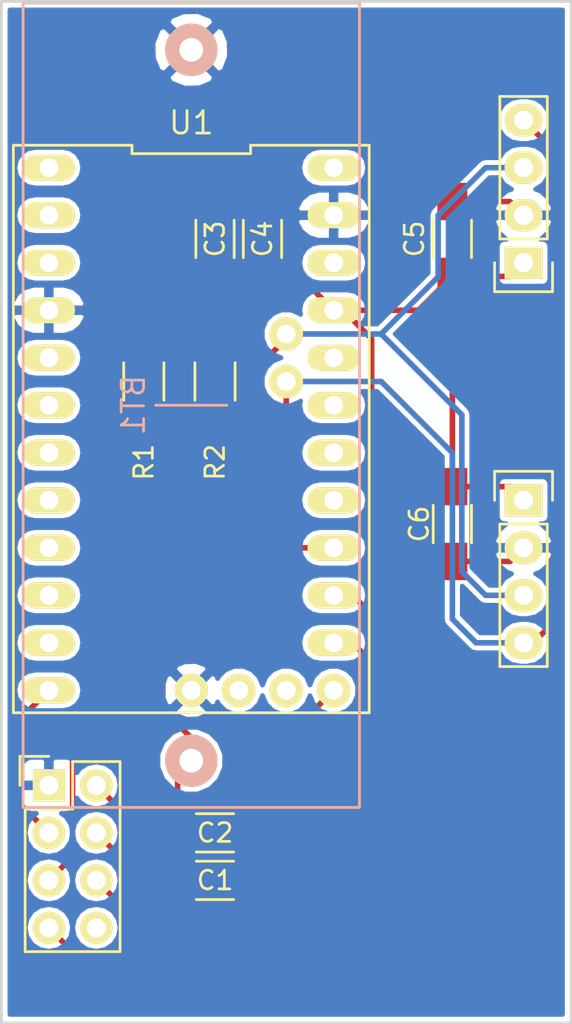
<source format=kicad_pcb>
(kicad_pcb (version 4) (host pcbnew 4.0.2-stable)

  (general
    (links 35)
    (no_connects 0)
    (area 96.491667 72.204999 132.108334 127.075001)
    (thickness 1.6)
    (drawings 4)
    (tracks 100)
    (zones 0)
    (modules 13)
    (nets 29)
  )

  (page A4)
  (layers
    (0 F.Cu signal)
    (31 B.Cu signal)
    (34 B.Paste user)
    (35 F.Paste user)
    (36 B.SilkS user)
    (37 F.SilkS user)
    (38 B.Mask user)
    (39 F.Mask user)
    (44 Edge.Cuts user)
  )

  (setup
    (last_trace_width 0.3)
    (trace_clearance 0.2)
    (zone_clearance 0.254)
    (zone_45_only no)
    (trace_min 0.3)
    (segment_width 0.2)
    (edge_width 0.15)
    (via_size 0.6)
    (via_drill 0.4)
    (via_min_size 0.4)
    (via_min_drill 0.33)
    (uvia_size 0.3)
    (uvia_drill 0.1)
    (uvias_allowed no)
    (uvia_min_size 0.2)
    (uvia_min_drill 0.1)
    (pcb_text_width 0.3)
    (pcb_text_size 1.5 1.5)
    (mod_edge_width 0.15)
    (mod_text_size 1 1)
    (mod_text_width 0.15)
    (pad_size 2.8 2.8)
    (pad_drill 1.27)
    (pad_to_mask_clearance 0)
    (aux_axis_origin 0 0)
    (visible_elements 7FFFFFFF)
    (pcbplotparams
      (layerselection 0x010f0_80000001)
      (usegerberextensions true)
      (excludeedgelayer true)
      (linewidth 0.100000)
      (plotframeref false)
      (viasonmask false)
      (mode 1)
      (useauxorigin false)
      (hpglpennumber 1)
      (hpglpenspeed 20)
      (hpglpendiameter 15)
      (hpglpenoverlay 2)
      (psnegative false)
      (psa4output false)
      (plotreference true)
      (plotvalue true)
      (plotinvisibletext false)
      (padsonsilk false)
      (subtractmaskfromsilk false)
      (outputformat 1)
      (mirror false)
      (drillshape 0)
      (scaleselection 1)
      (outputdirectory C:/Users/Andrew/Documents/KiCad/Boards/ProMiniBackplane/Gerbs/))
  )

  (net 0 "")
  (net 1 VCC)
  (net 2 GND)
  (net 3 /D9)
  (net 4 /D10)
  (net 5 /D13)
  (net 6 /D11)
  (net 7 /D12)
  (net 8 /D2)
  (net 9 /SCL)
  (net 10 /SDA)
  (net 11 "Net-(U1-Pad24)")
  (net 12 "Net-(U1-Pad1)")
  (net 13 "Net-(U1-Pad2)")
  (net 14 "Net-(U1-Pad22)")
  (net 15 "Net-(U1-Pad3)")
  (net 16 "Net-(U1-Pad20)")
  (net 17 "Net-(U1-Pad19)")
  (net 18 "Net-(U1-Pad6)")
  (net 19 "Net-(U1-Pad18)")
  (net 20 "Net-(U1-Pad7)")
  (net 21 "Net-(U1-Pad17)")
  (net 22 "Net-(U1-Pad8)")
  (net 23 "Net-(U1-Pad9)")
  (net 24 "Net-(U1-Pad10)")
  (net 25 "Net-(U1-Pad11)")
  (net 26 "Net-(U1-Pad29)")
  (net 27 "Net-(U1-Pad28)")
  (net 28 "Net-(P1-Pad8)")

  (net_class Default "This is the default net class."
    (clearance 0.2)
    (trace_width 0.3)
    (via_dia 0.6)
    (via_drill 0.4)
    (uvia_dia 0.3)
    (uvia_drill 0.1)
    (add_net /D10)
    (add_net /D11)
    (add_net /D12)
    (add_net /D13)
    (add_net /D2)
    (add_net /D9)
    (add_net /SCL)
    (add_net /SDA)
    (add_net GND)
    (add_net "Net-(P1-Pad8)")
    (add_net "Net-(U1-Pad1)")
    (add_net "Net-(U1-Pad10)")
    (add_net "Net-(U1-Pad11)")
    (add_net "Net-(U1-Pad17)")
    (add_net "Net-(U1-Pad18)")
    (add_net "Net-(U1-Pad19)")
    (add_net "Net-(U1-Pad2)")
    (add_net "Net-(U1-Pad20)")
    (add_net "Net-(U1-Pad22)")
    (add_net "Net-(U1-Pad24)")
    (add_net "Net-(U1-Pad28)")
    (add_net "Net-(U1-Pad29)")
    (add_net "Net-(U1-Pad3)")
    (add_net "Net-(U1-Pad6)")
    (add_net "Net-(U1-Pad7)")
    (add_net "Net-(U1-Pad8)")
    (add_net "Net-(U1-Pad9)")
    (add_net VCC)
  )

  (module AJGFEET:CR123Holder (layer B.Cu) (tedit 56FE9F6C) (tstamp 56EEFE46)
    (at 109.22 93.98 90)
    (path /56EF0C83)
    (fp_text reference BT1 (at 0 -3.1 90) (layer B.SilkS)
      (effects (font (size 1.2 1.2) (thickness 0.15)) (justify mirror))
    )
    (fp_text value Battery (at 0 3.81 90) (layer B.Fab)
      (effects (font (size 1.2 1.2) (thickness 0.15)) (justify mirror))
    )
    (fp_text user + (at -15.24 0 90) (layer B.SilkS)
      (effects (font (size 1 1) (thickness 0.15)) (justify mirror))
    )
    (fp_line (start -21.5 -9) (end 21.5 -9) (layer B.SilkS) (width 0.15))
    (fp_line (start 21.5 9) (end 21.5 -9) (layer B.SilkS) (width 0.15))
    (fp_line (start -21.5 9) (end 21.5 9) (layer B.SilkS) (width 0.15))
    (fp_line (start -21.5 -9) (end -21.5 9) (layer B.SilkS) (width 0.15))
    (fp_line (start 0 1.9) (end 0 -1.9) (layer B.SilkS) (width 0.15))
    (pad 1 thru_hole circle (at -19 0 90) (size 2.8 2.8) (drill 1.27) (layers *.Cu *.Mask B.SilkS)
      (net 1 VCC))
    (pad 2 thru_hole circle (at 19 0 90) (size 2.8 2.8) (drill 1.27) (layers *.Cu *.Mask B.SilkS)
      (net 2 GND))
  )

  (module Capacitors_SMD:C_1206_HandSoldering (layer F.Cu) (tedit 56EF0CCC) (tstamp 56EEFE4C)
    (at 110.49 119.38)
    (descr "Capacitor SMD 1206, hand soldering")
    (tags "capacitor 1206")
    (path /56EEFC59)
    (attr smd)
    (fp_text reference C1 (at 0 0) (layer F.SilkS)
      (effects (font (size 1 1) (thickness 0.15)))
    )
    (fp_text value C_Small (at 0 2.3) (layer F.Fab) hide
      (effects (font (size 1 1) (thickness 0.15)))
    )
    (fp_line (start -3.3 -1.15) (end 3.3 -1.15) (layer F.CrtYd) (width 0.05))
    (fp_line (start -3.3 1.15) (end 3.3 1.15) (layer F.CrtYd) (width 0.05))
    (fp_line (start -3.3 -1.15) (end -3.3 1.15) (layer F.CrtYd) (width 0.05))
    (fp_line (start 3.3 -1.15) (end 3.3 1.15) (layer F.CrtYd) (width 0.05))
    (fp_line (start 1 -1.025) (end -1 -1.025) (layer F.SilkS) (width 0.15))
    (fp_line (start -1 1.025) (end 1 1.025) (layer F.SilkS) (width 0.15))
    (pad 1 smd rect (at -2 0) (size 2 1.6) (layers F.Cu F.Paste F.Mask)
      (net 1 VCC))
    (pad 2 smd rect (at 2 0) (size 2 1.6) (layers F.Cu F.Paste F.Mask)
      (net 2 GND))
    (model Capacitors_SMD.3dshapes/C_1206_HandSoldering.wrl
      (at (xyz 0 0 0))
      (scale (xyz 1 1 1))
      (rotate (xyz 0 0 0))
    )
  )

  (module Capacitors_SMD:C_1206_HandSoldering (layer F.Cu) (tedit 56EF0CD2) (tstamp 56EEFE52)
    (at 110.49 116.84)
    (descr "Capacitor SMD 1206, hand soldering")
    (tags "capacitor 1206")
    (path /56EEFC5F)
    (attr smd)
    (fp_text reference C2 (at 0 0) (layer F.SilkS)
      (effects (font (size 1 1) (thickness 0.15)))
    )
    (fp_text value C_Small (at 0 2.3) (layer F.Fab) hide
      (effects (font (size 1 1) (thickness 0.15)))
    )
    (fp_line (start -3.3 -1.15) (end 3.3 -1.15) (layer F.CrtYd) (width 0.05))
    (fp_line (start -3.3 1.15) (end 3.3 1.15) (layer F.CrtYd) (width 0.05))
    (fp_line (start -3.3 -1.15) (end -3.3 1.15) (layer F.CrtYd) (width 0.05))
    (fp_line (start 3.3 -1.15) (end 3.3 1.15) (layer F.CrtYd) (width 0.05))
    (fp_line (start 1 -1.025) (end -1 -1.025) (layer F.SilkS) (width 0.15))
    (fp_line (start -1 1.025) (end 1 1.025) (layer F.SilkS) (width 0.15))
    (pad 1 smd rect (at -2 0) (size 2 1.6) (layers F.Cu F.Paste F.Mask)
      (net 1 VCC))
    (pad 2 smd rect (at 2 0) (size 2 1.6) (layers F.Cu F.Paste F.Mask)
      (net 2 GND))
    (model Capacitors_SMD.3dshapes/C_1206_HandSoldering.wrl
      (at (xyz 0 0 0))
      (scale (xyz 1 1 1))
      (rotate (xyz 0 0 0))
    )
  )

  (module Capacitors_SMD:C_1206_HandSoldering (layer F.Cu) (tedit 56EF0CB3) (tstamp 56EEFE58)
    (at 110.49 85.09 90)
    (descr "Capacitor SMD 1206, hand soldering")
    (tags "capacitor 1206")
    (path /56EEF8AA)
    (attr smd)
    (fp_text reference C3 (at 0 0 90) (layer F.SilkS)
      (effects (font (size 1 1) (thickness 0.15)))
    )
    (fp_text value C_Small (at 0 2.3 90) (layer F.Fab) hide
      (effects (font (size 1 1) (thickness 0.15)))
    )
    (fp_line (start -3.3 -1.15) (end 3.3 -1.15) (layer F.CrtYd) (width 0.05))
    (fp_line (start -3.3 1.15) (end 3.3 1.15) (layer F.CrtYd) (width 0.05))
    (fp_line (start -3.3 -1.15) (end -3.3 1.15) (layer F.CrtYd) (width 0.05))
    (fp_line (start 3.3 -1.15) (end 3.3 1.15) (layer F.CrtYd) (width 0.05))
    (fp_line (start 1 -1.025) (end -1 -1.025) (layer F.SilkS) (width 0.15))
    (fp_line (start -1 1.025) (end 1 1.025) (layer F.SilkS) (width 0.15))
    (pad 1 smd rect (at -2 0 90) (size 2 1.6) (layers F.Cu F.Paste F.Mask)
      (net 1 VCC))
    (pad 2 smd rect (at 2 0 90) (size 2 1.6) (layers F.Cu F.Paste F.Mask)
      (net 2 GND))
    (model Capacitors_SMD.3dshapes/C_1206_HandSoldering.wrl
      (at (xyz 0 0 0))
      (scale (xyz 1 1 1))
      (rotate (xyz 0 0 0))
    )
  )

  (module Capacitors_SMD:C_1206_HandSoldering (layer F.Cu) (tedit 56EF0CAF) (tstamp 56EEFE5E)
    (at 113.03 85.09 90)
    (descr "Capacitor SMD 1206, hand soldering")
    (tags "capacitor 1206")
    (path /56EEF8ED)
    (attr smd)
    (fp_text reference C4 (at 0 0 90) (layer F.SilkS)
      (effects (font (size 1 1) (thickness 0.15)))
    )
    (fp_text value C_Small (at 0 2.3 90) (layer F.Fab) hide
      (effects (font (size 1 1) (thickness 0.15)))
    )
    (fp_line (start -3.3 -1.15) (end 3.3 -1.15) (layer F.CrtYd) (width 0.05))
    (fp_line (start -3.3 1.15) (end 3.3 1.15) (layer F.CrtYd) (width 0.05))
    (fp_line (start -3.3 -1.15) (end -3.3 1.15) (layer F.CrtYd) (width 0.05))
    (fp_line (start 3.3 -1.15) (end 3.3 1.15) (layer F.CrtYd) (width 0.05))
    (fp_line (start 1 -1.025) (end -1 -1.025) (layer F.SilkS) (width 0.15))
    (fp_line (start -1 1.025) (end 1 1.025) (layer F.SilkS) (width 0.15))
    (pad 1 smd rect (at -2 0 90) (size 2 1.6) (layers F.Cu F.Paste F.Mask)
      (net 1 VCC))
    (pad 2 smd rect (at 2 0 90) (size 2 1.6) (layers F.Cu F.Paste F.Mask)
      (net 2 GND))
    (model Capacitors_SMD.3dshapes/C_1206_HandSoldering.wrl
      (at (xyz 0 0 0))
      (scale (xyz 1 1 1))
      (rotate (xyz 0 0 0))
    )
  )

  (module Capacitors_SMD:C_1206_HandSoldering (layer F.Cu) (tedit 56EF0C82) (tstamp 56EEFE64)
    (at 123.19 85.09 90)
    (descr "Capacitor SMD 1206, hand soldering")
    (tags "capacitor 1206")
    (path /56EEF588)
    (attr smd)
    (fp_text reference C5 (at 0 -2.032 90) (layer F.SilkS)
      (effects (font (size 1 1) (thickness 0.15)))
    )
    (fp_text value C_Small (at 0 2.3 90) (layer F.Fab) hide
      (effects (font (size 1 1) (thickness 0.15)))
    )
    (fp_line (start -3.3 -1.15) (end 3.3 -1.15) (layer F.CrtYd) (width 0.05))
    (fp_line (start -3.3 1.15) (end 3.3 1.15) (layer F.CrtYd) (width 0.05))
    (fp_line (start -3.3 -1.15) (end -3.3 1.15) (layer F.CrtYd) (width 0.05))
    (fp_line (start 3.3 -1.15) (end 3.3 1.15) (layer F.CrtYd) (width 0.05))
    (fp_line (start 1 -1.025) (end -1 -1.025) (layer F.SilkS) (width 0.15))
    (fp_line (start -1 1.025) (end 1 1.025) (layer F.SilkS) (width 0.15))
    (pad 1 smd rect (at -2 0 90) (size 2 1.6) (layers F.Cu F.Paste F.Mask)
      (net 1 VCC))
    (pad 2 smd rect (at 2 0 90) (size 2 1.6) (layers F.Cu F.Paste F.Mask)
      (net 2 GND))
    (model Capacitors_SMD.3dshapes/C_1206_HandSoldering.wrl
      (at (xyz 0 0 0))
      (scale (xyz 1 1 1))
      (rotate (xyz 0 0 0))
    )
  )

  (module Capacitors_SMD:C_1206_HandSoldering (layer F.Cu) (tedit 56EF0C7E) (tstamp 56EEFE6A)
    (at 123.19 100.33 270)
    (descr "Capacitor SMD 1206, hand soldering")
    (tags "capacitor 1206")
    (path /56EF060B)
    (attr smd)
    (fp_text reference C6 (at 0 1.778 270) (layer F.SilkS)
      (effects (font (size 1 1) (thickness 0.15)))
    )
    (fp_text value C_Small (at 0 2.3 270) (layer F.Fab) hide
      (effects (font (size 1 1) (thickness 0.15)))
    )
    (fp_line (start -3.3 -1.15) (end 3.3 -1.15) (layer F.CrtYd) (width 0.05))
    (fp_line (start -3.3 1.15) (end 3.3 1.15) (layer F.CrtYd) (width 0.05))
    (fp_line (start -3.3 -1.15) (end -3.3 1.15) (layer F.CrtYd) (width 0.05))
    (fp_line (start 3.3 -1.15) (end 3.3 1.15) (layer F.CrtYd) (width 0.05))
    (fp_line (start 1 -1.025) (end -1 -1.025) (layer F.SilkS) (width 0.15))
    (fp_line (start -1 1.025) (end 1 1.025) (layer F.SilkS) (width 0.15))
    (pad 1 smd rect (at -2 0 270) (size 2 1.6) (layers F.Cu F.Paste F.Mask)
      (net 1 VCC))
    (pad 2 smd rect (at 2 0 270) (size 2 1.6) (layers F.Cu F.Paste F.Mask)
      (net 2 GND))
    (model Capacitors_SMD.3dshapes/C_1206_HandSoldering.wrl
      (at (xyz 0 0 0))
      (scale (xyz 1 1 1))
      (rotate (xyz 0 0 0))
    )
  )

  (module Pin_Headers:Pin_Header_Straight_2x04 (layer F.Cu) (tedit 56EF0C14) (tstamp 56EEFE76)
    (at 101.6 114.3)
    (descr "Through hole pin header")
    (tags "pin header")
    (path /56EEF486)
    (fp_text reference P1 (at 0 -5.1) (layer F.SilkS)
      (effects (font (size 1 1) (thickness 0.15)))
    )
    (fp_text value CONN_02X04 (at 0 -3.1) (layer F.Fab) hide
      (effects (font (size 1 1) (thickness 0.15)))
    )
    (fp_line (start -1.75 -1.75) (end -1.75 9.4) (layer F.CrtYd) (width 0.05))
    (fp_line (start 4.3 -1.75) (end 4.3 9.4) (layer F.CrtYd) (width 0.05))
    (fp_line (start -1.75 -1.75) (end 4.3 -1.75) (layer F.CrtYd) (width 0.05))
    (fp_line (start -1.75 9.4) (end 4.3 9.4) (layer F.CrtYd) (width 0.05))
    (fp_line (start -1.27 1.27) (end -1.27 8.89) (layer F.SilkS) (width 0.15))
    (fp_line (start -1.27 8.89) (end 3.81 8.89) (layer F.SilkS) (width 0.15))
    (fp_line (start 3.81 8.89) (end 3.81 -1.27) (layer F.SilkS) (width 0.15))
    (fp_line (start 3.81 -1.27) (end 1.27 -1.27) (layer F.SilkS) (width 0.15))
    (fp_line (start 0 -1.55) (end -1.55 -1.55) (layer F.SilkS) (width 0.15))
    (fp_line (start 1.27 -1.27) (end 1.27 1.27) (layer F.SilkS) (width 0.15))
    (fp_line (start 1.27 1.27) (end -1.27 1.27) (layer F.SilkS) (width 0.15))
    (fp_line (start -1.55 -1.55) (end -1.55 0) (layer F.SilkS) (width 0.15))
    (pad 1 thru_hole rect (at 0 0) (size 1.7272 1.7272) (drill 1.016) (layers *.Cu *.Mask F.SilkS)
      (net 2 GND))
    (pad 2 thru_hole oval (at 2.54 0) (size 1.7272 1.7272) (drill 1.016) (layers *.Cu *.Mask F.SilkS)
      (net 1 VCC))
    (pad 3 thru_hole oval (at 0 2.54) (size 1.7272 1.7272) (drill 1.016) (layers *.Cu *.Mask F.SilkS)
      (net 3 /D9))
    (pad 4 thru_hole oval (at 2.54 2.54) (size 1.7272 1.7272) (drill 1.016) (layers *.Cu *.Mask F.SilkS)
      (net 4 /D10))
    (pad 5 thru_hole oval (at 0 5.08) (size 1.7272 1.7272) (drill 1.016) (layers *.Cu *.Mask F.SilkS)
      (net 5 /D13))
    (pad 6 thru_hole oval (at 2.54 5.08) (size 1.7272 1.7272) (drill 1.016) (layers *.Cu *.Mask F.SilkS)
      (net 6 /D11))
    (pad 7 thru_hole oval (at 0 7.62) (size 1.7272 1.7272) (drill 1.016) (layers *.Cu *.Mask F.SilkS)
      (net 7 /D12))
    (pad 8 thru_hole oval (at 2.54 7.62) (size 1.7272 1.7272) (drill 1.016) (layers *.Cu *.Mask F.SilkS)
      (net 28 "Net-(P1-Pad8)"))
    (model Pin_Headers.3dshapes/Pin_Header_Straight_2x04.wrl
      (at (xyz 0.05 -0.15 0))
      (scale (xyz 1 1 1))
      (rotate (xyz 0 0 90))
    )
  )

  (module Pin_Headers:Pin_Header_Straight_1x04 (layer F.Cu) (tedit 56EF0C3A) (tstamp 56EEFE7E)
    (at 127 86.36 180)
    (descr "Through hole pin header")
    (tags "pin header")
    (path /56EEF4D5)
    (fp_text reference P2 (at 0 -5.1 180) (layer F.SilkS) hide
      (effects (font (size 1 1) (thickness 0.15)))
    )
    (fp_text value CONN_01X04 (at 0 -3.1 180) (layer F.Fab) hide
      (effects (font (size 1 1) (thickness 0.15)))
    )
    (fp_line (start -1.75 -1.75) (end -1.75 9.4) (layer F.CrtYd) (width 0.05))
    (fp_line (start 1.75 -1.75) (end 1.75 9.4) (layer F.CrtYd) (width 0.05))
    (fp_line (start -1.75 -1.75) (end 1.75 -1.75) (layer F.CrtYd) (width 0.05))
    (fp_line (start -1.75 9.4) (end 1.75 9.4) (layer F.CrtYd) (width 0.05))
    (fp_line (start -1.27 1.27) (end -1.27 8.89) (layer F.SilkS) (width 0.15))
    (fp_line (start 1.27 1.27) (end 1.27 8.89) (layer F.SilkS) (width 0.15))
    (fp_line (start 1.55 -1.55) (end 1.55 0) (layer F.SilkS) (width 0.15))
    (fp_line (start -1.27 8.89) (end 1.27 8.89) (layer F.SilkS) (width 0.15))
    (fp_line (start 1.27 1.27) (end -1.27 1.27) (layer F.SilkS) (width 0.15))
    (fp_line (start -1.55 0) (end -1.55 -1.55) (layer F.SilkS) (width 0.15))
    (fp_line (start -1.55 -1.55) (end 1.55 -1.55) (layer F.SilkS) (width 0.15))
    (pad 1 thru_hole rect (at 0 0 180) (size 2.032 1.7272) (drill 1.016) (layers *.Cu *.Mask F.SilkS)
      (net 1 VCC))
    (pad 2 thru_hole oval (at 0 2.54 180) (size 2.032 1.7272) (drill 1.016) (layers *.Cu *.Mask F.SilkS)
      (net 2 GND))
    (pad 3 thru_hole oval (at 0 5.08 180) (size 2.032 1.7272) (drill 1.016) (layers *.Cu *.Mask F.SilkS)
      (net 9 /SCL))
    (pad 4 thru_hole oval (at 0 7.62 180) (size 2.032 1.7272) (drill 1.016) (layers *.Cu *.Mask F.SilkS)
      (net 10 /SDA))
    (model Pin_Headers.3dshapes/Pin_Header_Straight_1x04.wrl
      (at (xyz 0 -0.15 0))
      (scale (xyz 1 1 1))
      (rotate (xyz 0 0 90))
    )
  )

  (module Pin_Headers:Pin_Header_Straight_1x04 (layer F.Cu) (tedit 56FC7C8C) (tstamp 56EEFE86)
    (at 127 99.06)
    (descr "Through hole pin header")
    (tags "pin header")
    (path /56EF0605)
    (fp_text reference P3 (at 0 -5.1) (layer F.SilkS) hide
      (effects (font (size 1 1) (thickness 0.15)))
    )
    (fp_text value CONN_01X04 (at 0 -3.1) (layer F.Fab) hide
      (effects (font (size 1 1) (thickness 0.15)))
    )
    (fp_line (start -1.75 -1.75) (end -1.75 9.4) (layer F.CrtYd) (width 0.05))
    (fp_line (start 1.75 -1.75) (end 1.75 9.4) (layer F.CrtYd) (width 0.05))
    (fp_line (start -1.75 -1.75) (end 1.75 -1.75) (layer F.CrtYd) (width 0.05))
    (fp_line (start -1.75 9.4) (end 1.75 9.4) (layer F.CrtYd) (width 0.05))
    (fp_line (start -1.27 1.27) (end -1.27 8.89) (layer F.SilkS) (width 0.15))
    (fp_line (start 1.27 1.27) (end 1.27 8.89) (layer F.SilkS) (width 0.15))
    (fp_line (start 1.55 -1.55) (end 1.55 0) (layer F.SilkS) (width 0.15))
    (fp_line (start -1.27 8.89) (end 1.27 8.89) (layer F.SilkS) (width 0.15))
    (fp_line (start 1.27 1.27) (end -1.27 1.27) (layer F.SilkS) (width 0.15))
    (fp_line (start -1.55 0) (end -1.55 -1.55) (layer F.SilkS) (width 0.15))
    (fp_line (start -1.55 -1.55) (end 1.55 -1.55) (layer F.SilkS) (width 0.15))
    (pad 1 thru_hole rect (at 0 0) (size 2.032 1.7272) (drill 1.016) (layers *.Cu *.Mask F.SilkS)
      (net 1 VCC))
    (pad 2 thru_hole oval (at 0 2.54) (size 2.032 1.7272) (drill 1.016) (layers *.Cu *.Mask F.SilkS)
      (net 2 GND))
    (pad 3 thru_hole oval (at 0 5.08) (size 2.032 1.7272) (drill 1.016) (layers *.Cu *.Mask F.SilkS)
      (net 9 /SCL))
    (pad 4 thru_hole oval (at 0 7.62) (size 2.032 1.7272) (drill 1.016) (layers *.Cu *.Mask F.SilkS)
      (net 10 /SDA))
    (model Pin_Headers.3dshapes/Pin_Header_Straight_1x04.wrl
      (at (xyz 0 -0.15 0))
      (scale (xyz 1 1 1))
      (rotate (xyz 0 0 90))
    )
  )

  (module Resistors_SMD:R_1206_HandSoldering (layer F.Cu) (tedit 56EF0CA3) (tstamp 56EEFE8C)
    (at 106.68 92.71 90)
    (descr "Resistor SMD 1206, hand soldering")
    (tags "resistor 1206")
    (path /56EEF6CD)
    (attr smd)
    (fp_text reference R1 (at -4.318 0 90) (layer F.SilkS)
      (effects (font (size 1 1) (thickness 0.15)))
    )
    (fp_text value R (at 3.556 0 90) (layer F.Fab)
      (effects (font (size 1 1) (thickness 0.15)))
    )
    (fp_line (start -3.3 -1.2) (end 3.3 -1.2) (layer F.CrtYd) (width 0.05))
    (fp_line (start -3.3 1.2) (end 3.3 1.2) (layer F.CrtYd) (width 0.05))
    (fp_line (start -3.3 -1.2) (end -3.3 1.2) (layer F.CrtYd) (width 0.05))
    (fp_line (start 3.3 -1.2) (end 3.3 1.2) (layer F.CrtYd) (width 0.05))
    (fp_line (start 1 1.075) (end -1 1.075) (layer F.SilkS) (width 0.15))
    (fp_line (start -1 -1.075) (end 1 -1.075) (layer F.SilkS) (width 0.15))
    (pad 1 smd rect (at -2 0 90) (size 2 1.7) (layers F.Cu F.Paste F.Mask)
      (net 10 /SDA))
    (pad 2 smd rect (at 2 0 90) (size 2 1.7) (layers F.Cu F.Paste F.Mask)
      (net 1 VCC))
    (model Resistors_SMD.3dshapes/R_1206_HandSoldering.wrl
      (at (xyz 0 0 0))
      (scale (xyz 1 1 1))
      (rotate (xyz 0 0 0))
    )
  )

  (module Resistors_SMD:R_1206_HandSoldering (layer F.Cu) (tedit 56EF0CA9) (tstamp 56EEFE92)
    (at 110.49 92.71 90)
    (descr "Resistor SMD 1206, hand soldering")
    (tags "resistor 1206")
    (path /56EEF728)
    (attr smd)
    (fp_text reference R2 (at -4.318 0 90) (layer F.SilkS)
      (effects (font (size 1 1) (thickness 0.15)))
    )
    (fp_text value R (at 3.556 0.254 90) (layer F.Fab)
      (effects (font (size 1 1) (thickness 0.15)))
    )
    (fp_line (start -3.3 -1.2) (end 3.3 -1.2) (layer F.CrtYd) (width 0.05))
    (fp_line (start -3.3 1.2) (end 3.3 1.2) (layer F.CrtYd) (width 0.05))
    (fp_line (start -3.3 -1.2) (end -3.3 1.2) (layer F.CrtYd) (width 0.05))
    (fp_line (start 3.3 -1.2) (end 3.3 1.2) (layer F.CrtYd) (width 0.05))
    (fp_line (start 1 1.075) (end -1 1.075) (layer F.SilkS) (width 0.15))
    (fp_line (start -1 -1.075) (end 1 -1.075) (layer F.SilkS) (width 0.15))
    (pad 1 smd rect (at -2 0 90) (size 2 1.7) (layers F.Cu F.Paste F.Mask)
      (net 9 /SCL))
    (pad 2 smd rect (at 2 0 90) (size 2 1.7) (layers F.Cu F.Paste F.Mask)
      (net 1 VCC))
    (model Resistors_SMD.3dshapes/R_1206_HandSoldering.wrl
      (at (xyz 0 0 0))
      (scale (xyz 1 1 1))
      (rotate (xyz 0 0 0))
    )
  )

  (module AJGFEET:ArduinoProMini (layer F.Cu) (tedit 56EF0C2E) (tstamp 56EEFEBB)
    (at 109.22 95.25 270)
    (path /56EEF3D0)
    (fp_text reference U1 (at -16.37 0 360) (layer F.SilkS)
      (effects (font (size 1.2 1.2) (thickness 0.15)))
    )
    (fp_text value ArduinoProMini (at 0 0 270) (layer F.Fab) hide
      (effects (font (size 1.2 1.2) (thickness 0.15)))
    )
    (fp_line (start -15.17 9.52) (end 15.17 9.52) (layer F.SilkS) (width 0.15))
    (fp_line (start 15.17 9.52) (end 15.17 -9.52) (layer F.SilkS) (width 0.15))
    (fp_line (start 15.17 -9.52) (end -15.17 -9.52) (layer F.SilkS) (width 0.15))
    (fp_line (start -15.17 -9.52) (end -15.17 -3.173333) (layer F.SilkS) (width 0.15))
    (fp_line (start -15.17 -3.173333) (end -14.72 -3.173333) (layer F.SilkS) (width 0.15))
    (fp_line (start -14.72 -3.173333) (end -14.72 3.173333) (layer F.SilkS) (width 0.15))
    (fp_line (start -14.72 3.173333) (end -15.17 3.173333) (layer F.SilkS) (width 0.15))
    (fp_line (start -15.17 3.173333) (end -15.17 9.52) (layer F.SilkS) (width 0.15))
    (pad 24 thru_hole oval (at -13.97 -7.62 270) (size 1.4 2.8) (drill 1) (layers *.Cu *.Mask F.SilkS)
      (net 11 "Net-(U1-Pad24)"))
    (pad 1 thru_hole oval (at -13.97 7.62 270) (size 1.4 2.8) (drill 1) (layers *.Cu *.Mask F.SilkS)
      (net 12 "Net-(U1-Pad1)"))
    (pad 23 thru_hole oval (at -11.43 -7.62 270) (size 1.4 2.8) (drill 1) (layers *.Cu *.Mask F.SilkS)
      (net 2 GND))
    (pad 2 thru_hole oval (at -11.43 7.62 270) (size 1.4 2.8) (drill 1) (layers *.Cu *.Mask F.SilkS)
      (net 13 "Net-(U1-Pad2)"))
    (pad 22 thru_hole oval (at -8.89 -7.62 270) (size 1.4 2.8) (drill 1) (layers *.Cu *.Mask F.SilkS)
      (net 14 "Net-(U1-Pad22)"))
    (pad 3 thru_hole oval (at -8.89 7.62 270) (size 1.4 2.8) (drill 1) (layers *.Cu *.Mask F.SilkS)
      (net 15 "Net-(U1-Pad3)"))
    (pad 21 thru_hole oval (at -6.35 -7.62 270) (size 1.4 2.8) (drill 1) (layers *.Cu *.Mask F.SilkS)
      (net 1 VCC))
    (pad 4 thru_hole oval (at -6.35 7.62 270) (size 1.4 2.8) (drill 1) (layers *.Cu *.Mask F.SilkS)
      (net 2 GND))
    (pad 20 thru_hole oval (at -3.81 -7.62 270) (size 1.4 2.8) (drill 1) (layers *.Cu *.Mask F.SilkS)
      (net 16 "Net-(U1-Pad20)"))
    (pad 5 thru_hole oval (at -3.81 7.62 270) (size 1.4 2.8) (drill 1) (layers *.Cu *.Mask F.SilkS)
      (net 8 /D2))
    (pad 19 thru_hole oval (at -1.27 -7.62 270) (size 1.4 2.8) (drill 1) (layers *.Cu *.Mask F.SilkS)
      (net 17 "Net-(U1-Pad19)"))
    (pad 6 thru_hole oval (at -1.27 7.62 270) (size 1.4 2.8) (drill 1) (layers *.Cu *.Mask F.SilkS)
      (net 18 "Net-(U1-Pad6)"))
    (pad 18 thru_hole oval (at 1.27 -7.62 270) (size 1.4 2.8) (drill 1) (layers *.Cu *.Mask F.SilkS)
      (net 19 "Net-(U1-Pad18)"))
    (pad 7 thru_hole oval (at 1.27 7.62 270) (size 1.4 2.8) (drill 1) (layers *.Cu *.Mask F.SilkS)
      (net 20 "Net-(U1-Pad7)"))
    (pad 17 thru_hole oval (at 3.81 -7.62 270) (size 1.4 2.8) (drill 1) (layers *.Cu *.Mask F.SilkS)
      (net 21 "Net-(U1-Pad17)"))
    (pad 8 thru_hole oval (at 3.81 7.62 270) (size 1.4 2.8) (drill 1) (layers *.Cu *.Mask F.SilkS)
      (net 22 "Net-(U1-Pad8)"))
    (pad 16 thru_hole oval (at 6.35 -7.62 270) (size 1.4 2.8) (drill 1) (layers *.Cu *.Mask F.SilkS)
      (net 5 /D13))
    (pad 9 thru_hole oval (at 6.35 7.62 270) (size 1.4 2.8) (drill 1) (layers *.Cu *.Mask F.SilkS)
      (net 23 "Net-(U1-Pad9)"))
    (pad 15 thru_hole oval (at 8.89 -7.62 270) (size 1.4 2.8) (drill 1) (layers *.Cu *.Mask F.SilkS)
      (net 7 /D12))
    (pad 10 thru_hole oval (at 8.89 7.62 270) (size 1.4 2.8) (drill 1) (layers *.Cu *.Mask F.SilkS)
      (net 24 "Net-(U1-Pad10)"))
    (pad 14 thru_hole oval (at 11.43 -7.62 270) (size 1.4 2.8) (drill 1) (layers *.Cu *.Mask F.SilkS)
      (net 6 /D11))
    (pad 11 thru_hole oval (at 11.43 7.62 270) (size 1.4 2.8) (drill 1) (layers *.Cu *.Mask F.SilkS)
      (net 25 "Net-(U1-Pad11)"))
    (pad 13 thru_hole circle (at 13.97 -7.62 270) (size 1.8 1.8) (drill 1) (layers *.Cu *.Mask F.SilkS)
      (net 4 /D10))
    (pad 12 thru_hole oval (at 13.97 7.62 270) (size 1.4 2.8) (drill 1) (layers *.Cu *.Mask F.SilkS)
      (net 3 /D9))
    (pad 26 thru_hole circle (at -5.08 -5.08 270) (size 1.8 1.8) (drill 1) (layers *.Cu *.Mask F.SilkS)
      (net 9 /SCL))
    (pad 25 thru_hole circle (at -2.54 -5.08 270) (size 1.8 1.8) (drill 1) (layers *.Cu *.Mask F.SilkS)
      (net 10 /SDA))
    (pad 29 thru_hole circle (at 13.97 -5.08 270) (size 1.8 1.8) (drill 1) (layers *.Cu *.Mask F.SilkS)
      (net 26 "Net-(U1-Pad29)"))
    (pad 28 thru_hole circle (at 13.97 -2.54 270) (size 1.8 1.8) (drill 1) (layers *.Cu *.Mask F.SilkS)
      (net 27 "Net-(U1-Pad28)"))
    (pad 27 thru_hole circle (at 13.97 0 270) (size 1.8 1.8) (drill 1) (layers *.Cu *.Mask F.SilkS)
      (net 2 GND))
  )

  (gr_line (start 129.54 72.39) (end 99.06 72.39) (angle 90) (layer Edge.Cuts) (width 0.15))
  (gr_line (start 129.54 127) (end 129.54 72.39) (angle 90) (layer Edge.Cuts) (width 0.15))
  (gr_line (start 99.06 127) (end 129.54 127) (angle 90) (layer Edge.Cuts) (width 0.15))
  (gr_line (start 99.06 72.39) (end 99.06 127) (angle 90) (layer Edge.Cuts) (width 0.15))

  (segment (start 123.19 98.33) (end 126.27 98.33) (width 0.3) (layer F.Cu) (net 1))
  (segment (start 126.27 98.33) (end 127 99.06) (width 0.3) (layer F.Cu) (net 1) (tstamp 56FE9D06))
  (segment (start 123.19 87.09) (end 126.27 87.09) (width 0.3) (layer F.Cu) (net 1))
  (segment (start 126.27 87.09) (end 127 86.36) (width 0.3) (layer F.Cu) (net 1) (tstamp 56FE9CFF))
  (segment (start 116.84 88.9) (end 121.38 88.9) (width 0.3) (layer F.Cu) (net 1))
  (segment (start 121.38 88.9) (end 123.19 87.09) (width 0.3) (layer F.Cu) (net 1) (tstamp 56FE9CD9))
  (segment (start 123.19 87.09) (end 123.19 98.33) (width 0.3) (layer F.Cu) (net 1) (tstamp 56FE9CDC))
  (segment (start 109.22 112.98) (end 108.49 113.71) (width 0.3) (layer F.Cu) (net 1))
  (segment (start 108.49 113.71) (end 108.49 116.84) (width 0.3) (layer F.Cu) (net 1) (tstamp 56EF0D3F))
  (segment (start 108.49 116.84) (end 108.49 119.38) (width 0.3) (layer F.Cu) (net 1) (tstamp 56EF0D41))
  (segment (start 107.696 110.236) (end 107.696 108.458) (width 0.3) (layer F.Cu) (net 1))
  (segment (start 109.22 111.76) (end 107.696 110.236) (width 0.3) (layer F.Cu) (net 1) (tstamp 56EF09E5))
  (segment (start 118.872 102.108) (end 118.872 94.488) (width 0.3) (layer F.Cu) (net 1) (tstamp 56EF0AA5))
  (segment (start 118.11 102.87) (end 118.872 102.108) (width 0.3) (layer F.Cu) (net 1) (tstamp 56EF0AA4))
  (segment (start 113.284 102.87) (end 118.11 102.87) (width 0.3) (layer F.Cu) (net 1) (tstamp 56EF0A9C))
  (segment (start 107.696 108.458) (end 113.284 102.87) (width 0.3) (layer F.Cu) (net 1) (tstamp 56EF0A97))
  (segment (start 109.22 112.98) (end 109.22 111.76) (width 0.3) (layer F.Cu) (net 1))
  (segment (start 118.872 90.424) (end 117.348 88.9) (width 0.3) (layer F.Cu) (net 1) (tstamp 56EF0A11))
  (segment (start 118.872 94.488) (end 118.872 90.424) (width 0.3) (layer F.Cu) (net 1) (tstamp 56EF0A0A))
  (segment (start 117.348 88.9) (end 116.84 88.9) (width 0.3) (layer F.Cu) (net 1) (tstamp 56EF0A13))
  (segment (start 116.84 88.9) (end 117.348 88.9) (width 0.3) (layer F.Cu) (net 1))
  (segment (start 104.14 114.3) (end 106.68 116.84) (width 0.3) (layer F.Cu) (net 1))
  (segment (start 106.68 116.84) (end 108.49 116.84) (width 0.3) (layer F.Cu) (net 1) (tstamp 56EF06CB))
  (segment (start 106.68 90.71) (end 110.49 90.71) (width 0.3) (layer F.Cu) (net 1))
  (segment (start 110.49 90.71) (end 110.49 87.09) (width 0.3) (layer F.Cu) (net 1) (tstamp 56EF0637))
  (segment (start 110.49 87.09) (end 113.03 87.09) (width 0.3) (layer F.Cu) (net 1) (tstamp 56EF0638))
  (segment (start 113.03 87.09) (end 114.522 87.09) (width 0.3) (layer F.Cu) (net 1) (tstamp 56EF063A))
  (segment (start 114.522 87.09) (end 115.316 87.884) (width 0.3) (layer F.Cu) (net 1) (tstamp 56EF063C))
  (segment (start 115.316 87.884) (end 115.824 87.884) (width 0.3) (layer F.Cu) (net 1) (tstamp 56EF0646))
  (segment (start 115.824 87.884) (end 116.84 88.9) (width 0.3) (layer F.Cu) (net 1) (tstamp 56EF0649))
  (segment (start 123.19 83.09) (end 126.27 83.09) (width 0.3) (layer F.Cu) (net 2))
  (segment (start 126.27 83.09) (end 127 83.82) (width 0.3) (layer F.Cu) (net 2) (tstamp 56FE9CFA))
  (segment (start 123.19 102.33) (end 126.27 102.33) (width 0.3) (layer F.Cu) (net 2))
  (segment (start 126.27 102.33) (end 127 101.6) (width 0.3) (layer F.Cu) (net 2) (tstamp 56FE9CF2))
  (segment (start 112.49 116.84) (end 112.49 112.49) (width 0.3) (layer F.Cu) (net 2))
  (segment (start 112.49 112.49) (end 109.22 109.22) (width 0.3) (layer F.Cu) (net 2) (tstamp 56EF09B3))
  (segment (start 112.49 116.84) (end 112.49 119.38) (width 0.3) (layer F.Cu) (net 2))
  (segment (start 110.49 83.09) (end 113.03 83.09) (width 0.3) (layer F.Cu) (net 2))
  (segment (start 113.03 83.09) (end 113.76 83.82) (width 0.3) (layer F.Cu) (net 2) (tstamp 56EF05B2))
  (segment (start 113.76 83.82) (end 116.84 83.82) (width 0.3) (layer F.Cu) (net 2) (tstamp 56EF05B3))
  (segment (start 101.6 116.84) (end 100.584 115.824) (width 0.3) (layer F.Cu) (net 3))
  (segment (start 100.076 110.744) (end 101.6 109.22) (width 0.3) (layer F.Cu) (net 3) (tstamp 56EF06E5))
  (segment (start 100.076 115.316) (end 100.076 110.744) (width 0.3) (layer F.Cu) (net 3) (tstamp 56EF06DD))
  (segment (start 100.584 115.824) (end 100.076 115.316) (width 0.3) (layer F.Cu) (net 3) (tstamp 56EF06DB))
  (segment (start 104.14 116.84) (end 106.172 118.872) (width 0.3) (layer F.Cu) (net 4))
  (segment (start 115.824 110.236) (end 116.84 109.22) (width 0.3) (layer F.Cu) (net 4) (tstamp 56EF07FA))
  (segment (start 115.824 119.38) (end 115.824 110.236) (width 0.3) (layer F.Cu) (net 4) (tstamp 56EF07F8))
  (segment (start 112.776 122.428) (end 115.824 119.38) (width 0.3) (layer F.Cu) (net 4) (tstamp 56EF07E9))
  (segment (start 108.204 122.428) (end 112.776 122.428) (width 0.3) (layer F.Cu) (net 4) (tstamp 56EF07E8))
  (segment (start 106.172 120.396) (end 108.204 122.428) (width 0.3) (layer F.Cu) (net 4) (tstamp 56EF07E2))
  (segment (start 106.172 118.872) (end 106.172 120.396) (width 0.3) (layer F.Cu) (net 4) (tstamp 56EF07CF))
  (segment (start 116.84 101.6) (end 114.3 101.6) (width 0.3) (layer F.Cu) (net 5))
  (segment (start 112.776 101.6) (end 112.522 101.854) (width 0.3) (layer F.Cu) (net 5) (tstamp 56EF0AE0))
  (segment (start 114.3 101.6) (end 112.776 101.6) (width 0.3) (layer F.Cu) (net 5) (tstamp 56EF0ADC))
  (segment (start 112.522 101.854) (end 106.172 108.204) (width 0.3) (layer F.Cu) (net 5))
  (segment (start 102.87 118.11) (end 102.87 112.268) (width 0.3) (layer F.Cu) (net 5) (tstamp 56EF0A3F))
  (segment (start 102.87 112.268) (end 102.87 111.506) (width 0.3) (layer F.Cu) (net 5) (tstamp 56EF0A41))
  (segment (start 102.87 111.506) (end 106.172 108.204) (width 0.3) (layer F.Cu) (net 5) (tstamp 56EF0A59))
  (segment (start 102.87 118.11) (end 101.6 119.38) (width 0.3) (layer F.Cu) (net 5))
  (segment (start 104.14 119.38) (end 107.703998 122.943998) (width 0.3) (layer F.Cu) (net 6))
  (segment (start 118.364 107.195998) (end 117.848002 106.68) (width 0.3) (layer F.Cu) (net 6) (tstamp 56EF0758))
  (segment (start 118.364 117.856) (end 118.364 107.195998) (width 0.3) (layer F.Cu) (net 6) (tstamp 56EF0757))
  (segment (start 113.276002 122.943998) (end 118.364 117.856) (width 0.3) (layer F.Cu) (net 6) (tstamp 56EF0749))
  (segment (start 107.703998 122.943998) (end 113.276002 122.943998) (width 0.3) (layer F.Cu) (net 6) (tstamp 56EF0744))
  (segment (start 117.848002 106.68) (end 116.84 106.68) (width 0.3) (layer F.Cu) (net 6) (tstamp 56EF0764))
  (segment (start 101.6 121.92) (end 103.124 123.444) (width 0.3) (layer F.Cu) (net 7))
  (segment (start 118.872 105.156) (end 117.856 104.14) (width 0.3) (layer F.Cu) (net 7) (tstamp 56EF070F))
  (segment (start 118.872 118.364) (end 118.872 105.156) (width 0.3) (layer F.Cu) (net 7) (tstamp 56EF070B))
  (segment (start 113.792 123.444) (end 118.872 118.364) (width 0.3) (layer F.Cu) (net 7) (tstamp 56EF0707))
  (segment (start 103.124 123.444) (end 113.792 123.444) (width 0.3) (layer F.Cu) (net 7) (tstamp 56EF0700))
  (segment (start 117.856 104.14) (end 116.84 104.14) (width 0.3) (layer F.Cu) (net 7) (tstamp 56EF0714))
  (segment (start 127 81.28) (end 124.968 81.28) (width 0.3) (layer B.Cu) (net 9))
  (segment (start 122.428 87.122) (end 119.38 90.17) (width 0.3) (layer B.Cu) (net 9) (tstamp 56FE9DB7))
  (segment (start 122.428 83.82) (end 122.428 87.122) (width 0.3) (layer B.Cu) (net 9) (tstamp 56FE9DB0))
  (segment (start 124.968 81.28) (end 122.428 83.82) (width 0.3) (layer B.Cu) (net 9) (tstamp 56FE9D95))
  (segment (start 114.3 90.17) (end 119.38 90.17) (width 0.3) (layer B.Cu) (net 9))
  (segment (start 124.968 104.14) (end 127 104.14) (width 0.3) (layer B.Cu) (net 9) (tstamp 56FE9D84))
  (segment (start 123.698 102.87) (end 124.968 104.14) (width 0.3) (layer B.Cu) (net 9) (tstamp 56FE9D7A))
  (segment (start 123.698 94.488) (end 123.698 102.87) (width 0.3) (layer B.Cu) (net 9) (tstamp 56FE9D69))
  (segment (start 119.38 90.17) (end 123.698 94.488) (width 0.3) (layer B.Cu) (net 9) (tstamp 56FE9D64))
  (segment (start 114.3 90.17) (end 114.3 90.424) (width 0.3) (layer F.Cu) (net 9))
  (segment (start 114.3 90.424) (end 112.268 92.456) (width 0.3) (layer F.Cu) (net 9) (tstamp 56EF0609))
  (segment (start 112.268 92.456) (end 112.268 93.98) (width 0.3) (layer F.Cu) (net 9) (tstamp 56EF0611))
  (segment (start 112.268 93.98) (end 111.538 94.71) (width 0.3) (layer F.Cu) (net 9) (tstamp 56EF0613))
  (segment (start 111.538 94.71) (end 110.49 94.71) (width 0.3) (layer F.Cu) (net 9) (tstamp 56EF0618))
  (segment (start 127 106.68) (end 127.508 106.68) (width 0.3) (layer F.Cu) (net 10))
  (segment (start 127.508 106.68) (end 129.032 105.156) (width 0.3) (layer F.Cu) (net 10) (tstamp 56FE9DE0))
  (segment (start 129.032 80.772) (end 127 78.74) (width 0.3) (layer F.Cu) (net 10) (tstamp 56FE9DE8))
  (segment (start 129.032 105.156) (end 129.032 80.772) (width 0.3) (layer F.Cu) (net 10) (tstamp 56FE9DE3))
  (segment (start 114.3 92.71) (end 119.38 92.71) (width 0.3) (layer B.Cu) (net 10))
  (segment (start 124.46 106.68) (end 127 106.68) (width 0.3) (layer B.Cu) (net 10) (tstamp 56FE9D58))
  (segment (start 123.19 105.41) (end 124.46 106.68) (width 0.3) (layer B.Cu) (net 10) (tstamp 56FE9D56))
  (segment (start 123.19 96.52) (end 123.19 105.41) (width 0.3) (layer B.Cu) (net 10) (tstamp 56FE9D52))
  (segment (start 119.38 92.71) (end 123.19 96.52) (width 0.3) (layer B.Cu) (net 10) (tstamp 56FE9D28))
  (segment (start 106.68 94.71) (end 105.886 94.71) (width 0.3) (layer F.Cu) (net 10))
  (segment (start 106.68 94.71) (end 106.68 95.504) (width 0.3) (layer F.Cu) (net 10))
  (segment (start 106.68 95.504) (end 107.696 96.52) (width 0.3) (layer F.Cu) (net 10) (tstamp 56EF0621))
  (segment (start 107.696 96.52) (end 112.268 96.52) (width 0.3) (layer F.Cu) (net 10) (tstamp 56EF0624))
  (segment (start 112.268 96.52) (end 114.3 94.488) (width 0.3) (layer F.Cu) (net 10) (tstamp 56EF0626))
  (segment (start 114.3 94.488) (end 114.3 92.71) (width 0.3) (layer F.Cu) (net 10) (tstamp 56EF062B))

  (zone (net 2) (net_name GND) (layer B.Cu) (tstamp 56FE9E86) (hatch edge 0.508)
    (connect_pads (clearance 0.254))
    (min_thickness 0.254)
    (fill yes (arc_segments 16) (thermal_gap 0.508) (thermal_bridge_width 0.508))
    (polygon
      (pts
        (xy 99.06 72.39) (xy 129.54 72.39) (xy 129.54 127) (xy 99.06 127)
      )
    )
    (filled_polygon
      (pts
        (xy 129.084 126.544) (xy 99.516 126.544) (xy 99.516 121.92) (xy 100.331017 121.92) (xy 100.425757 122.396288)
        (xy 100.695552 122.800065) (xy 101.099329 123.06986) (xy 101.575617 123.1646) (xy 101.624383 123.1646) (xy 102.100671 123.06986)
        (xy 102.504448 122.800065) (xy 102.774243 122.396288) (xy 102.868983 121.92) (xy 102.871017 121.92) (xy 102.965757 122.396288)
        (xy 103.235552 122.800065) (xy 103.639329 123.06986) (xy 104.115617 123.1646) (xy 104.164383 123.1646) (xy 104.640671 123.06986)
        (xy 105.044448 122.800065) (xy 105.314243 122.396288) (xy 105.408983 121.92) (xy 105.314243 121.443712) (xy 105.044448 121.039935)
        (xy 104.640671 120.77014) (xy 104.164383 120.6754) (xy 104.115617 120.6754) (xy 103.639329 120.77014) (xy 103.235552 121.039935)
        (xy 102.965757 121.443712) (xy 102.871017 121.92) (xy 102.868983 121.92) (xy 102.774243 121.443712) (xy 102.504448 121.039935)
        (xy 102.100671 120.77014) (xy 101.624383 120.6754) (xy 101.575617 120.6754) (xy 101.099329 120.77014) (xy 100.695552 121.039935)
        (xy 100.425757 121.443712) (xy 100.331017 121.92) (xy 99.516 121.92) (xy 99.516 119.38) (xy 100.331017 119.38)
        (xy 100.425757 119.856288) (xy 100.695552 120.260065) (xy 101.099329 120.52986) (xy 101.575617 120.6246) (xy 101.624383 120.6246)
        (xy 102.100671 120.52986) (xy 102.504448 120.260065) (xy 102.774243 119.856288) (xy 102.868983 119.38) (xy 102.871017 119.38)
        (xy 102.965757 119.856288) (xy 103.235552 120.260065) (xy 103.639329 120.52986) (xy 104.115617 120.6246) (xy 104.164383 120.6246)
        (xy 104.640671 120.52986) (xy 105.044448 120.260065) (xy 105.314243 119.856288) (xy 105.408983 119.38) (xy 105.314243 118.903712)
        (xy 105.044448 118.499935) (xy 104.640671 118.23014) (xy 104.164383 118.1354) (xy 104.115617 118.1354) (xy 103.639329 118.23014)
        (xy 103.235552 118.499935) (xy 102.965757 118.903712) (xy 102.871017 119.38) (xy 102.868983 119.38) (xy 102.774243 118.903712)
        (xy 102.504448 118.499935) (xy 102.100671 118.23014) (xy 101.624383 118.1354) (xy 101.575617 118.1354) (xy 101.099329 118.23014)
        (xy 100.695552 118.499935) (xy 100.425757 118.903712) (xy 100.331017 119.38) (xy 99.516 119.38) (xy 99.516 114.58575)
        (xy 100.1014 114.58575) (xy 100.1014 115.28991) (xy 100.198073 115.523299) (xy 100.376702 115.701927) (xy 100.610091 115.7986)
        (xy 100.937007 115.7986) (xy 100.695552 115.959935) (xy 100.425757 116.363712) (xy 100.331017 116.84) (xy 100.425757 117.316288)
        (xy 100.695552 117.720065) (xy 101.099329 117.98986) (xy 101.575617 118.0846) (xy 101.624383 118.0846) (xy 102.100671 117.98986)
        (xy 102.504448 117.720065) (xy 102.774243 117.316288) (xy 102.868983 116.84) (xy 102.871017 116.84) (xy 102.965757 117.316288)
        (xy 103.235552 117.720065) (xy 103.639329 117.98986) (xy 104.115617 118.0846) (xy 104.164383 118.0846) (xy 104.640671 117.98986)
        (xy 105.044448 117.720065) (xy 105.314243 117.316288) (xy 105.408983 116.84) (xy 105.314243 116.363712) (xy 105.044448 115.959935)
        (xy 104.640671 115.69014) (xy 104.164383 115.5954) (xy 104.115617 115.5954) (xy 103.639329 115.69014) (xy 103.235552 115.959935)
        (xy 102.965757 116.363712) (xy 102.871017 116.84) (xy 102.868983 116.84) (xy 102.774243 116.363712) (xy 102.504448 115.959935)
        (xy 102.262993 115.7986) (xy 102.589909 115.7986) (xy 102.823298 115.701927) (xy 103.001927 115.523299) (xy 103.0986 115.28991)
        (xy 103.0986 114.975102) (xy 103.235552 115.180065) (xy 103.639329 115.44986) (xy 104.115617 115.5446) (xy 104.164383 115.5446)
        (xy 104.640671 115.44986) (xy 105.044448 115.180065) (xy 105.314243 114.776288) (xy 105.408983 114.3) (xy 105.314243 113.823712)
        (xy 105.044448 113.419935) (xy 104.913905 113.332709) (xy 107.438691 113.332709) (xy 107.709261 113.987538) (xy 108.209827 114.488978)
        (xy 108.864183 114.76069) (xy 109.572709 114.761309) (xy 110.227538 114.490739) (xy 110.728978 113.990173) (xy 111.00069 113.335817)
        (xy 111.001309 112.627291) (xy 110.730739 111.972462) (xy 110.230173 111.471022) (xy 109.575817 111.19931) (xy 108.867291 111.198691)
        (xy 108.212462 111.469261) (xy 107.711022 111.969827) (xy 107.43931 112.624183) (xy 107.438691 113.332709) (xy 104.913905 113.332709)
        (xy 104.640671 113.15014) (xy 104.164383 113.0554) (xy 104.115617 113.0554) (xy 103.639329 113.15014) (xy 103.235552 113.419935)
        (xy 103.0986 113.624898) (xy 103.0986 113.31009) (xy 103.001927 113.076701) (xy 102.823298 112.898073) (xy 102.589909 112.8014)
        (xy 101.88575 112.8014) (xy 101.727 112.96015) (xy 101.727 114.173) (xy 101.747 114.173) (xy 101.747 114.427)
        (xy 101.727 114.427) (xy 101.727 114.447) (xy 101.473 114.447) (xy 101.473 114.427) (xy 100.26015 114.427)
        (xy 100.1014 114.58575) (xy 99.516 114.58575) (xy 99.516 113.31009) (xy 100.1014 113.31009) (xy 100.1014 114.01425)
        (xy 100.26015 114.173) (xy 101.473 114.173) (xy 101.473 112.96015) (xy 101.31425 112.8014) (xy 100.610091 112.8014)
        (xy 100.376702 112.898073) (xy 100.198073 113.076701) (xy 100.1014 113.31009) (xy 99.516 113.31009) (xy 99.516 109.22)
        (xy 99.784108 109.22) (xy 99.866394 109.633681) (xy 100.100726 109.984382) (xy 100.451427 110.218714) (xy 100.865108 110.301)
        (xy 102.334892 110.301) (xy 102.33912 110.300159) (xy 108.319446 110.300159) (xy 108.405852 110.556643) (xy 108.979336 110.766458)
        (xy 109.58946 110.740839) (xy 110.034148 110.556643) (xy 110.120554 110.300159) (xy 109.22 109.399605) (xy 108.319446 110.300159)
        (xy 102.33912 110.300159) (xy 102.748573 110.218714) (xy 103.099274 109.984382) (xy 103.333606 109.633681) (xy 103.415892 109.22)
        (xy 103.368022 108.979336) (xy 107.673542 108.979336) (xy 107.699161 109.58946) (xy 107.883357 110.034148) (xy 108.139841 110.120554)
        (xy 109.040395 109.22) (xy 109.399605 109.22) (xy 110.300159 110.120554) (xy 110.556643 110.034148) (xy 110.62883 109.836841)
        (xy 110.673388 109.94468) (xy 111.033425 110.305345) (xy 111.504076 110.500777) (xy 112.013689 110.501222) (xy 112.48468 110.306612)
        (xy 112.845345 109.946575) (xy 113.030213 109.501364) (xy 113.213388 109.94468) (xy 113.573425 110.305345) (xy 114.044076 110.500777)
        (xy 114.553689 110.501222) (xy 115.02468 110.306612) (xy 115.385345 109.946575) (xy 115.570213 109.501364) (xy 115.753388 109.94468)
        (xy 116.113425 110.305345) (xy 116.584076 110.500777) (xy 117.093689 110.501222) (xy 117.56468 110.306612) (xy 117.925345 109.946575)
        (xy 118.120777 109.475924) (xy 118.121222 108.966311) (xy 117.926612 108.49532) (xy 117.566575 108.134655) (xy 117.095924 107.939223)
        (xy 116.586311 107.938778) (xy 116.11532 108.133388) (xy 115.754655 108.493425) (xy 115.569787 108.938636) (xy 115.386612 108.49532)
        (xy 115.026575 108.134655) (xy 114.555924 107.939223) (xy 114.046311 107.938778) (xy 113.57532 108.133388) (xy 113.214655 108.493425)
        (xy 113.029787 108.938636) (xy 112.846612 108.49532) (xy 112.486575 108.134655) (xy 112.015924 107.939223) (xy 111.506311 107.938778)
        (xy 111.03532 108.133388) (xy 110.674655 108.493425) (xy 110.633736 108.59197) (xy 110.556643 108.405852) (xy 110.300159 108.319446)
        (xy 109.399605 109.22) (xy 109.040395 109.22) (xy 108.139841 108.319446) (xy 107.883357 108.405852) (xy 107.673542 108.979336)
        (xy 103.368022 108.979336) (xy 103.333606 108.806319) (xy 103.099274 108.455618) (xy 102.748573 108.221286) (xy 102.339121 108.139841)
        (xy 108.319446 108.139841) (xy 109.22 109.040395) (xy 110.120554 108.139841) (xy 110.034148 107.883357) (xy 109.460664 107.673542)
        (xy 108.85054 107.699161) (xy 108.405852 107.883357) (xy 108.319446 108.139841) (xy 102.339121 108.139841) (xy 102.334892 108.139)
        (xy 100.865108 108.139) (xy 100.451427 108.221286) (xy 100.100726 108.455618) (xy 99.866394 108.806319) (xy 99.784108 109.22)
        (xy 99.516 109.22) (xy 99.516 106.68) (xy 99.784108 106.68) (xy 99.866394 107.093681) (xy 100.100726 107.444382)
        (xy 100.451427 107.678714) (xy 100.865108 107.761) (xy 102.334892 107.761) (xy 102.748573 107.678714) (xy 103.099274 107.444382)
        (xy 103.333606 107.093681) (xy 103.415892 106.68) (xy 115.024108 106.68) (xy 115.106394 107.093681) (xy 115.340726 107.444382)
        (xy 115.691427 107.678714) (xy 116.105108 107.761) (xy 117.574892 107.761) (xy 117.988573 107.678714) (xy 118.339274 107.444382)
        (xy 118.573606 107.093681) (xy 118.655892 106.68) (xy 118.573606 106.266319) (xy 118.339274 105.915618) (xy 117.988573 105.681286)
        (xy 117.574892 105.599) (xy 116.105108 105.599) (xy 115.691427 105.681286) (xy 115.340726 105.915618) (xy 115.106394 106.266319)
        (xy 115.024108 106.68) (xy 103.415892 106.68) (xy 103.333606 106.266319) (xy 103.099274 105.915618) (xy 102.748573 105.681286)
        (xy 102.334892 105.599) (xy 100.865108 105.599) (xy 100.451427 105.681286) (xy 100.100726 105.915618) (xy 99.866394 106.266319)
        (xy 99.784108 106.68) (xy 99.516 106.68) (xy 99.516 104.14) (xy 99.784108 104.14) (xy 99.866394 104.553681)
        (xy 100.100726 104.904382) (xy 100.451427 105.138714) (xy 100.865108 105.221) (xy 102.334892 105.221) (xy 102.748573 105.138714)
        (xy 103.099274 104.904382) (xy 103.333606 104.553681) (xy 103.415892 104.14) (xy 115.024108 104.14) (xy 115.106394 104.553681)
        (xy 115.340726 104.904382) (xy 115.691427 105.138714) (xy 116.105108 105.221) (xy 117.574892 105.221) (xy 117.988573 105.138714)
        (xy 118.339274 104.904382) (xy 118.573606 104.553681) (xy 118.655892 104.14) (xy 118.573606 103.726319) (xy 118.339274 103.375618)
        (xy 117.988573 103.141286) (xy 117.574892 103.059) (xy 116.105108 103.059) (xy 115.691427 103.141286) (xy 115.340726 103.375618)
        (xy 115.106394 103.726319) (xy 115.024108 104.14) (xy 103.415892 104.14) (xy 103.333606 103.726319) (xy 103.099274 103.375618)
        (xy 102.748573 103.141286) (xy 102.334892 103.059) (xy 100.865108 103.059) (xy 100.451427 103.141286) (xy 100.100726 103.375618)
        (xy 99.866394 103.726319) (xy 99.784108 104.14) (xy 99.516 104.14) (xy 99.516 101.6) (xy 99.784108 101.6)
        (xy 99.866394 102.013681) (xy 100.100726 102.364382) (xy 100.451427 102.598714) (xy 100.865108 102.681) (xy 102.334892 102.681)
        (xy 102.748573 102.598714) (xy 103.099274 102.364382) (xy 103.333606 102.013681) (xy 103.415892 101.6) (xy 115.024108 101.6)
        (xy 115.106394 102.013681) (xy 115.340726 102.364382) (xy 115.691427 102.598714) (xy 116.105108 102.681) (xy 117.574892 102.681)
        (xy 117.988573 102.598714) (xy 118.339274 102.364382) (xy 118.573606 102.013681) (xy 118.655892 101.6) (xy 118.573606 101.186319)
        (xy 118.339274 100.835618) (xy 117.988573 100.601286) (xy 117.574892 100.519) (xy 116.105108 100.519) (xy 115.691427 100.601286)
        (xy 115.340726 100.835618) (xy 115.106394 101.186319) (xy 115.024108 101.6) (xy 103.415892 101.6) (xy 103.333606 101.186319)
        (xy 103.099274 100.835618) (xy 102.748573 100.601286) (xy 102.334892 100.519) (xy 100.865108 100.519) (xy 100.451427 100.601286)
        (xy 100.100726 100.835618) (xy 99.866394 101.186319) (xy 99.784108 101.6) (xy 99.516 101.6) (xy 99.516 99.06)
        (xy 99.784108 99.06) (xy 99.866394 99.473681) (xy 100.100726 99.824382) (xy 100.451427 100.058714) (xy 100.865108 100.141)
        (xy 102.334892 100.141) (xy 102.748573 100.058714) (xy 103.099274 99.824382) (xy 103.333606 99.473681) (xy 103.415892 99.06)
        (xy 115.024108 99.06) (xy 115.106394 99.473681) (xy 115.340726 99.824382) (xy 115.691427 100.058714) (xy 116.105108 100.141)
        (xy 117.574892 100.141) (xy 117.988573 100.058714) (xy 118.339274 99.824382) (xy 118.573606 99.473681) (xy 118.655892 99.06)
        (xy 118.573606 98.646319) (xy 118.339274 98.295618) (xy 117.988573 98.061286) (xy 117.574892 97.979) (xy 116.105108 97.979)
        (xy 115.691427 98.061286) (xy 115.340726 98.295618) (xy 115.106394 98.646319) (xy 115.024108 99.06) (xy 103.415892 99.06)
        (xy 103.333606 98.646319) (xy 103.099274 98.295618) (xy 102.748573 98.061286) (xy 102.334892 97.979) (xy 100.865108 97.979)
        (xy 100.451427 98.061286) (xy 100.100726 98.295618) (xy 99.866394 98.646319) (xy 99.784108 99.06) (xy 99.516 99.06)
        (xy 99.516 96.52) (xy 99.784108 96.52) (xy 99.866394 96.933681) (xy 100.100726 97.284382) (xy 100.451427 97.518714)
        (xy 100.865108 97.601) (xy 102.334892 97.601) (xy 102.748573 97.518714) (xy 103.099274 97.284382) (xy 103.333606 96.933681)
        (xy 103.415892 96.52) (xy 115.024108 96.52) (xy 115.106394 96.933681) (xy 115.340726 97.284382) (xy 115.691427 97.518714)
        (xy 116.105108 97.601) (xy 117.574892 97.601) (xy 117.988573 97.518714) (xy 118.339274 97.284382) (xy 118.573606 96.933681)
        (xy 118.655892 96.52) (xy 118.573606 96.106319) (xy 118.339274 95.755618) (xy 117.988573 95.521286) (xy 117.574892 95.439)
        (xy 116.105108 95.439) (xy 115.691427 95.521286) (xy 115.340726 95.755618) (xy 115.106394 96.106319) (xy 115.024108 96.52)
        (xy 103.415892 96.52) (xy 103.333606 96.106319) (xy 103.099274 95.755618) (xy 102.748573 95.521286) (xy 102.334892 95.439)
        (xy 100.865108 95.439) (xy 100.451427 95.521286) (xy 100.100726 95.755618) (xy 99.866394 96.106319) (xy 99.784108 96.52)
        (xy 99.516 96.52) (xy 99.516 93.98) (xy 99.784108 93.98) (xy 99.866394 94.393681) (xy 100.100726 94.744382)
        (xy 100.451427 94.978714) (xy 100.865108 95.061) (xy 102.334892 95.061) (xy 102.748573 94.978714) (xy 103.099274 94.744382)
        (xy 103.333606 94.393681) (xy 103.415892 93.98) (xy 103.333606 93.566319) (xy 103.099274 93.215618) (xy 102.748573 92.981286)
        (xy 102.334892 92.899) (xy 100.865108 92.899) (xy 100.451427 92.981286) (xy 100.100726 93.215618) (xy 99.866394 93.566319)
        (xy 99.784108 93.98) (xy 99.516 93.98) (xy 99.516 91.44) (xy 99.784108 91.44) (xy 99.866394 91.853681)
        (xy 100.100726 92.204382) (xy 100.451427 92.438714) (xy 100.865108 92.521) (xy 102.334892 92.521) (xy 102.748573 92.438714)
        (xy 103.099274 92.204382) (xy 103.333606 91.853681) (xy 103.415892 91.44) (xy 103.333606 91.026319) (xy 103.099274 90.675618)
        (xy 102.748573 90.441286) (xy 102.660107 90.423689) (xy 113.018778 90.423689) (xy 113.213388 90.89468) (xy 113.573425 91.255345)
        (xy 114.018636 91.440213) (xy 113.57532 91.623388) (xy 113.214655 91.983425) (xy 113.019223 92.454076) (xy 113.018778 92.963689)
        (xy 113.213388 93.43468) (xy 113.573425 93.795345) (xy 114.044076 93.990777) (xy 114.553689 93.991222) (xy 115.02468 93.796612)
        (xy 115.069482 93.751888) (xy 115.024108 93.98) (xy 115.106394 94.393681) (xy 115.340726 94.744382) (xy 115.691427 94.978714)
        (xy 116.105108 95.061) (xy 117.574892 95.061) (xy 117.988573 94.978714) (xy 118.339274 94.744382) (xy 118.573606 94.393681)
        (xy 118.655892 93.98) (xy 118.573606 93.566319) (xy 118.356234 93.241) (xy 119.160052 93.241) (xy 122.659 96.739947)
        (xy 122.659 105.41) (xy 122.69942 105.613205) (xy 122.814526 105.785474) (xy 124.084526 107.055474) (xy 124.256795 107.17058)
        (xy 124.46 107.211) (xy 125.706928 107.211) (xy 125.940166 107.560065) (xy 126.343943 107.82986) (xy 126.820231 107.9246)
        (xy 127.179769 107.9246) (xy 127.656057 107.82986) (xy 128.059834 107.560065) (xy 128.329629 107.156288) (xy 128.424369 106.68)
        (xy 128.329629 106.203712) (xy 128.059834 105.799935) (xy 127.656057 105.53014) (xy 127.179769 105.4354) (xy 126.820231 105.4354)
        (xy 126.343943 105.53014) (xy 125.940166 105.799935) (xy 125.706928 106.149) (xy 124.679948 106.149) (xy 123.721 105.190052)
        (xy 123.721 103.643948) (xy 124.592526 104.515474) (xy 124.764795 104.63058) (xy 124.968 104.671) (xy 125.706928 104.671)
        (xy 125.940166 105.020065) (xy 126.343943 105.28986) (xy 126.820231 105.3846) (xy 127.179769 105.3846) (xy 127.656057 105.28986)
        (xy 128.059834 105.020065) (xy 128.329629 104.616288) (xy 128.424369 104.14) (xy 128.329629 103.663712) (xy 128.059834 103.259935)
        (xy 127.656057 102.99014) (xy 127.641757 102.987296) (xy 127.91432 102.891954) (xy 128.350732 102.502036) (xy 128.604709 101.974791)
        (xy 128.607358 101.959026) (xy 128.486217 101.727) (xy 127.127 101.727) (xy 127.127 101.747) (xy 126.873 101.747)
        (xy 126.873 101.727) (xy 125.513783 101.727) (xy 125.392642 101.959026) (xy 125.395291 101.974791) (xy 125.649268 102.502036)
        (xy 126.08568 102.891954) (xy 126.358243 102.987296) (xy 126.343943 102.99014) (xy 125.940166 103.259935) (xy 125.706928 103.609)
        (xy 125.187948 103.609) (xy 124.229 102.650052) (xy 124.229 101.240974) (xy 125.392642 101.240974) (xy 125.513783 101.473)
        (xy 126.873 101.473) (xy 126.873 101.453) (xy 127.127 101.453) (xy 127.127 101.473) (xy 128.486217 101.473)
        (xy 128.607358 101.240974) (xy 128.604709 101.225209) (xy 128.350732 100.697964) (xy 127.918817 100.312064) (xy 128.016 100.312064)
        (xy 128.15719 100.285497) (xy 128.286865 100.202054) (xy 128.373859 100.074734) (xy 128.404464 99.9236) (xy 128.404464 98.1964)
        (xy 128.377897 98.05521) (xy 128.294454 97.925535) (xy 128.167134 97.838541) (xy 128.016 97.807936) (xy 125.984 97.807936)
        (xy 125.84281 97.834503) (xy 125.713135 97.917946) (xy 125.626141 98.045266) (xy 125.595536 98.1964) (xy 125.595536 99.9236)
        (xy 125.622103 100.06479) (xy 125.705546 100.194465) (xy 125.832866 100.281459) (xy 125.984 100.312064) (xy 126.081183 100.312064)
        (xy 125.649268 100.697964) (xy 125.395291 101.225209) (xy 125.392642 101.240974) (xy 124.229 101.240974) (xy 124.229 94.488)
        (xy 124.18858 94.284795) (xy 124.073474 94.112526) (xy 120.130948 90.17) (xy 122.803474 87.497474) (xy 122.91858 87.325205)
        (xy 122.959 87.122) (xy 122.959 84.179026) (xy 125.392642 84.179026) (xy 125.395291 84.194791) (xy 125.649268 84.722036)
        (xy 126.081183 85.107936) (xy 125.984 85.107936) (xy 125.84281 85.134503) (xy 125.713135 85.217946) (xy 125.626141 85.345266)
        (xy 125.595536 85.4964) (xy 125.595536 87.2236) (xy 125.622103 87.36479) (xy 125.705546 87.494465) (xy 125.832866 87.581459)
        (xy 125.984 87.612064) (xy 128.016 87.612064) (xy 128.15719 87.585497) (xy 128.286865 87.502054) (xy 128.373859 87.374734)
        (xy 128.404464 87.2236) (xy 128.404464 85.4964) (xy 128.377897 85.35521) (xy 128.294454 85.225535) (xy 128.167134 85.138541)
        (xy 128.016 85.107936) (xy 127.918817 85.107936) (xy 128.350732 84.722036) (xy 128.604709 84.194791) (xy 128.607358 84.179026)
        (xy 128.486217 83.947) (xy 127.127 83.947) (xy 127.127 83.967) (xy 126.873 83.967) (xy 126.873 83.947)
        (xy 125.513783 83.947) (xy 125.392642 84.179026) (xy 122.959 84.179026) (xy 122.959 84.039948) (xy 125.187947 81.811)
        (xy 125.706928 81.811) (xy 125.940166 82.160065) (xy 126.343943 82.42986) (xy 126.358243 82.432704) (xy 126.08568 82.528046)
        (xy 125.649268 82.917964) (xy 125.395291 83.445209) (xy 125.392642 83.460974) (xy 125.513783 83.693) (xy 126.873 83.693)
        (xy 126.873 83.673) (xy 127.127 83.673) (xy 127.127 83.693) (xy 128.486217 83.693) (xy 128.607358 83.460974)
        (xy 128.604709 83.445209) (xy 128.350732 82.917964) (xy 127.91432 82.528046) (xy 127.641757 82.432704) (xy 127.656057 82.42986)
        (xy 128.059834 82.160065) (xy 128.329629 81.756288) (xy 128.424369 81.28) (xy 128.329629 80.803712) (xy 128.059834 80.399935)
        (xy 127.656057 80.13014) (xy 127.179769 80.0354) (xy 126.820231 80.0354) (xy 126.343943 80.13014) (xy 125.940166 80.399935)
        (xy 125.706928 80.749) (xy 124.968 80.749) (xy 124.764795 80.78942) (xy 124.592526 80.904526) (xy 124.592524 80.904529)
        (xy 122.052526 83.444526) (xy 121.93742 83.616795) (xy 121.897 83.82) (xy 121.897 86.902052) (xy 119.160052 89.639)
        (xy 118.356234 89.639) (xy 118.573606 89.313681) (xy 118.655892 88.9) (xy 118.573606 88.486319) (xy 118.339274 88.135618)
        (xy 117.988573 87.901286) (xy 117.574892 87.819) (xy 116.105108 87.819) (xy 115.691427 87.901286) (xy 115.340726 88.135618)
        (xy 115.106394 88.486319) (xy 115.024108 88.9) (xy 115.069364 89.127519) (xy 115.026575 89.084655) (xy 114.555924 88.889223)
        (xy 114.046311 88.888778) (xy 113.57532 89.083388) (xy 113.214655 89.443425) (xy 113.019223 89.914076) (xy 113.018778 90.423689)
        (xy 102.660107 90.423689) (xy 102.334892 90.359) (xy 100.865108 90.359) (xy 100.451427 90.441286) (xy 100.100726 90.675618)
        (xy 99.866394 91.026319) (xy 99.784108 91.44) (xy 99.516 91.44) (xy 99.516 89.233329) (xy 99.607284 89.233329)
        (xy 99.61802 89.29355) (xy 99.86621 89.754185) (xy 100.271785 90.084778) (xy 100.773 90.235) (xy 101.473 90.235)
        (xy 101.473 89.027) (xy 101.727 89.027) (xy 101.727 90.235) (xy 102.427 90.235) (xy 102.928215 90.084778)
        (xy 103.33379 89.754185) (xy 103.58198 89.29355) (xy 103.592716 89.233329) (xy 103.469374 89.027) (xy 101.727 89.027)
        (xy 101.473 89.027) (xy 99.730626 89.027) (xy 99.607284 89.233329) (xy 99.516 89.233329) (xy 99.516 88.566671)
        (xy 99.607284 88.566671) (xy 99.730626 88.773) (xy 101.473 88.773) (xy 101.473 87.565) (xy 101.727 87.565)
        (xy 101.727 88.773) (xy 103.469374 88.773) (xy 103.592716 88.566671) (xy 103.58198 88.50645) (xy 103.33379 88.045815)
        (xy 102.928215 87.715222) (xy 102.427 87.565) (xy 101.727 87.565) (xy 101.473 87.565) (xy 100.773 87.565)
        (xy 100.271785 87.715222) (xy 99.86621 88.045815) (xy 99.61802 88.50645) (xy 99.607284 88.566671) (xy 99.516 88.566671)
        (xy 99.516 86.36) (xy 99.784108 86.36) (xy 99.866394 86.773681) (xy 100.100726 87.124382) (xy 100.451427 87.358714)
        (xy 100.865108 87.441) (xy 102.334892 87.441) (xy 102.748573 87.358714) (xy 103.099274 87.124382) (xy 103.333606 86.773681)
        (xy 103.415892 86.36) (xy 115.024108 86.36) (xy 115.106394 86.773681) (xy 115.340726 87.124382) (xy 115.691427 87.358714)
        (xy 116.105108 87.441) (xy 117.574892 87.441) (xy 117.988573 87.358714) (xy 118.339274 87.124382) (xy 118.573606 86.773681)
        (xy 118.655892 86.36) (xy 118.573606 85.946319) (xy 118.339274 85.595618) (xy 117.988573 85.361286) (xy 117.574892 85.279)
        (xy 116.105108 85.279) (xy 115.691427 85.361286) (xy 115.340726 85.595618) (xy 115.106394 85.946319) (xy 115.024108 86.36)
        (xy 103.415892 86.36) (xy 103.333606 85.946319) (xy 103.099274 85.595618) (xy 102.748573 85.361286) (xy 102.334892 85.279)
        (xy 100.865108 85.279) (xy 100.451427 85.361286) (xy 100.100726 85.595618) (xy 99.866394 85.946319) (xy 99.784108 86.36)
        (xy 99.516 86.36) (xy 99.516 83.82) (xy 99.784108 83.82) (xy 99.866394 84.233681) (xy 100.100726 84.584382)
        (xy 100.451427 84.818714) (xy 100.865108 84.901) (xy 102.334892 84.901) (xy 102.748573 84.818714) (xy 103.099274 84.584382)
        (xy 103.333606 84.233681) (xy 103.349588 84.153329) (xy 114.847284 84.153329) (xy 114.85802 84.21355) (xy 115.10621 84.674185)
        (xy 115.511785 85.004778) (xy 116.013 85.155) (xy 116.713 85.155) (xy 116.713 83.947) (xy 116.967 83.947)
        (xy 116.967 85.155) (xy 117.667 85.155) (xy 118.168215 85.004778) (xy 118.57379 84.674185) (xy 118.82198 84.21355)
        (xy 118.832716 84.153329) (xy 118.709374 83.947) (xy 116.967 83.947) (xy 116.713 83.947) (xy 114.970626 83.947)
        (xy 114.847284 84.153329) (xy 103.349588 84.153329) (xy 103.415892 83.82) (xy 103.349589 83.486671) (xy 114.847284 83.486671)
        (xy 114.970626 83.693) (xy 116.713 83.693) (xy 116.713 82.485) (xy 116.967 82.485) (xy 116.967 83.693)
        (xy 118.709374 83.693) (xy 118.832716 83.486671) (xy 118.82198 83.42645) (xy 118.57379 82.965815) (xy 118.168215 82.635222)
        (xy 117.667 82.485) (xy 116.967 82.485) (xy 116.713 82.485) (xy 116.013 82.485) (xy 115.511785 82.635222)
        (xy 115.10621 82.965815) (xy 114.85802 83.42645) (xy 114.847284 83.486671) (xy 103.349589 83.486671) (xy 103.333606 83.406319)
        (xy 103.099274 83.055618) (xy 102.748573 82.821286) (xy 102.334892 82.739) (xy 100.865108 82.739) (xy 100.451427 82.821286)
        (xy 100.100726 83.055618) (xy 99.866394 83.406319) (xy 99.784108 83.82) (xy 99.516 83.82) (xy 99.516 81.28)
        (xy 99.784108 81.28) (xy 99.866394 81.693681) (xy 100.100726 82.044382) (xy 100.451427 82.278714) (xy 100.865108 82.361)
        (xy 102.334892 82.361) (xy 102.748573 82.278714) (xy 103.099274 82.044382) (xy 103.333606 81.693681) (xy 103.415892 81.28)
        (xy 115.024108 81.28) (xy 115.106394 81.693681) (xy 115.340726 82.044382) (xy 115.691427 82.278714) (xy 116.105108 82.361)
        (xy 117.574892 82.361) (xy 117.988573 82.278714) (xy 118.339274 82.044382) (xy 118.573606 81.693681) (xy 118.655892 81.28)
        (xy 118.573606 80.866319) (xy 118.339274 80.515618) (xy 117.988573 80.281286) (xy 117.574892 80.199) (xy 116.105108 80.199)
        (xy 115.691427 80.281286) (xy 115.340726 80.515618) (xy 115.106394 80.866319) (xy 115.024108 81.28) (xy 103.415892 81.28)
        (xy 103.333606 80.866319) (xy 103.099274 80.515618) (xy 102.748573 80.281286) (xy 102.334892 80.199) (xy 100.865108 80.199)
        (xy 100.451427 80.281286) (xy 100.100726 80.515618) (xy 99.866394 80.866319) (xy 99.784108 81.28) (xy 99.516 81.28)
        (xy 99.516 78.74) (xy 125.575631 78.74) (xy 125.670371 79.216288) (xy 125.940166 79.620065) (xy 126.343943 79.88986)
        (xy 126.820231 79.9846) (xy 127.179769 79.9846) (xy 127.656057 79.88986) (xy 128.059834 79.620065) (xy 128.329629 79.216288)
        (xy 128.424369 78.74) (xy 128.329629 78.263712) (xy 128.059834 77.859935) (xy 127.656057 77.59014) (xy 127.179769 77.4954)
        (xy 126.820231 77.4954) (xy 126.343943 77.59014) (xy 125.940166 77.859935) (xy 125.670371 78.263712) (xy 125.575631 78.74)
        (xy 99.516 78.74) (xy 99.516 76.421724) (xy 107.957882 76.421724) (xy 108.105455 76.730106) (xy 108.860031 77.023405)
        (xy 109.669409 77.005614) (xy 110.334545 76.730106) (xy 110.482118 76.421724) (xy 109.22 75.159605) (xy 107.957882 76.421724)
        (xy 99.516 76.421724) (xy 99.516 74.620031) (xy 107.176595 74.620031) (xy 107.194386 75.429409) (xy 107.469894 76.094545)
        (xy 107.778276 76.242118) (xy 109.040395 74.98) (xy 109.399605 74.98) (xy 110.661724 76.242118) (xy 110.970106 76.094545)
        (xy 111.263405 75.339969) (xy 111.245614 74.530591) (xy 110.970106 73.865455) (xy 110.661724 73.717882) (xy 109.399605 74.98)
        (xy 109.040395 74.98) (xy 107.778276 73.717882) (xy 107.469894 73.865455) (xy 107.176595 74.620031) (xy 99.516 74.620031)
        (xy 99.516 73.538276) (xy 107.957882 73.538276) (xy 109.22 74.800395) (xy 110.482118 73.538276) (xy 110.334545 73.229894)
        (xy 109.579969 72.936595) (xy 108.770591 72.954386) (xy 108.105455 73.229894) (xy 107.957882 73.538276) (xy 99.516 73.538276)
        (xy 99.516 72.846) (xy 129.084 72.846)
      )
    )
  )
)

</source>
